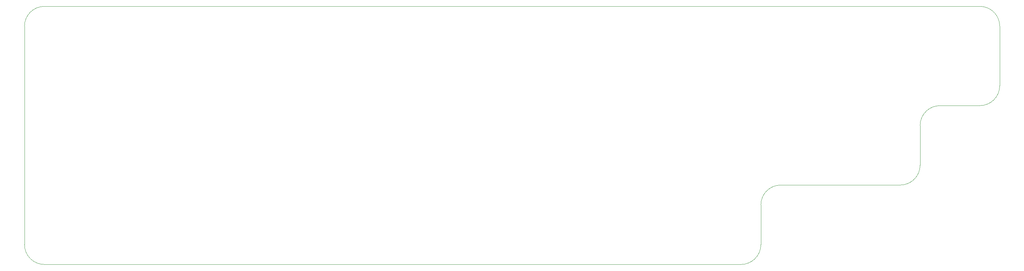
<source format=gm1>
%TF.GenerationSoftware,KiCad,Pcbnew,(6.0.2)*%
%TF.CreationDate,2022-03-21T22:20:15-04:00*%
%TF.ProjectId,carpal26_1.0.12,63617270-616c-4323-965f-312e302e3132,rev?*%
%TF.SameCoordinates,Original*%
%TF.FileFunction,Profile,NP*%
%FSLAX46Y46*%
G04 Gerber Fmt 4.6, Leading zero omitted, Abs format (unit mm)*
G04 Created by KiCad (PCBNEW (6.0.2)) date 2022-03-21 22:20:15*
%MOMM*%
%LPD*%
G01*
G04 APERTURE LIST*
%TA.AperFunction,Profile*%
%ADD10C,0.050000*%
%TD*%
G04 APERTURE END LIST*
D10*
X198120000Y-137160000D02*
G75*
G03*
X203200000Y-132080000I-2J5080002D01*
G01*
X248920000Y-96520000D02*
G75*
G03*
X243840000Y-101600000I2J-5080002D01*
G01*
X208280000Y-116840000D02*
G75*
G03*
X203200000Y-121920000I2J-5080002D01*
G01*
X20320000Y-71120000D02*
G75*
G03*
X15240000Y-76200000I2J-5080002D01*
G01*
X264160000Y-76200000D02*
X264160000Y-91440000D01*
X20320000Y-137160000D02*
X198120000Y-137160000D01*
X203200000Y-121920000D02*
X203200000Y-132080000D01*
X238760000Y-116840000D02*
X208280000Y-116840000D01*
X259080000Y-96520000D02*
G75*
G03*
X264160000Y-91440000I-2J5080002D01*
G01*
X15240000Y-132080000D02*
G75*
G03*
X20320000Y-137160000I5080002J2D01*
G01*
X20320000Y-71120000D02*
X259080000Y-71120000D01*
X15240000Y-76200000D02*
X15240000Y-132080000D01*
X238760000Y-116840000D02*
G75*
G03*
X243840000Y-111760000I-2J5080002D01*
G01*
X264160000Y-76200000D02*
G75*
G03*
X259080000Y-71120000I-5080002J-2D01*
G01*
X259080000Y-96520000D02*
X248920000Y-96520000D01*
X243840000Y-101600000D02*
X243840000Y-111760000D01*
M02*

</source>
